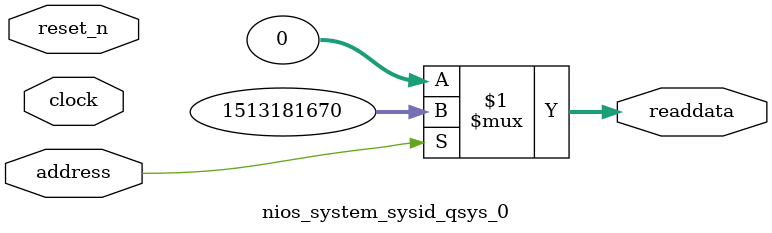
<source format=v>

`timescale 1ns / 1ps
// synthesis translate_on

// turn off superfluous verilog processor warnings 
// altera message_level Level1 
// altera message_off 10034 10035 10036 10037 10230 10240 10030 

module nios_system_sysid_qsys_0 (
               // inputs:
                address,
                clock,
                reset_n,

               // outputs:
                readdata
             )
;

  output  [ 31: 0] readdata;
  input            address;
  input            clock;
  input            reset_n;

  wire    [ 31: 0] readdata;
  //control_slave, which is an e_avalon_slave
  assign readdata = address ? 1513181670 : 0;

endmodule




</source>
